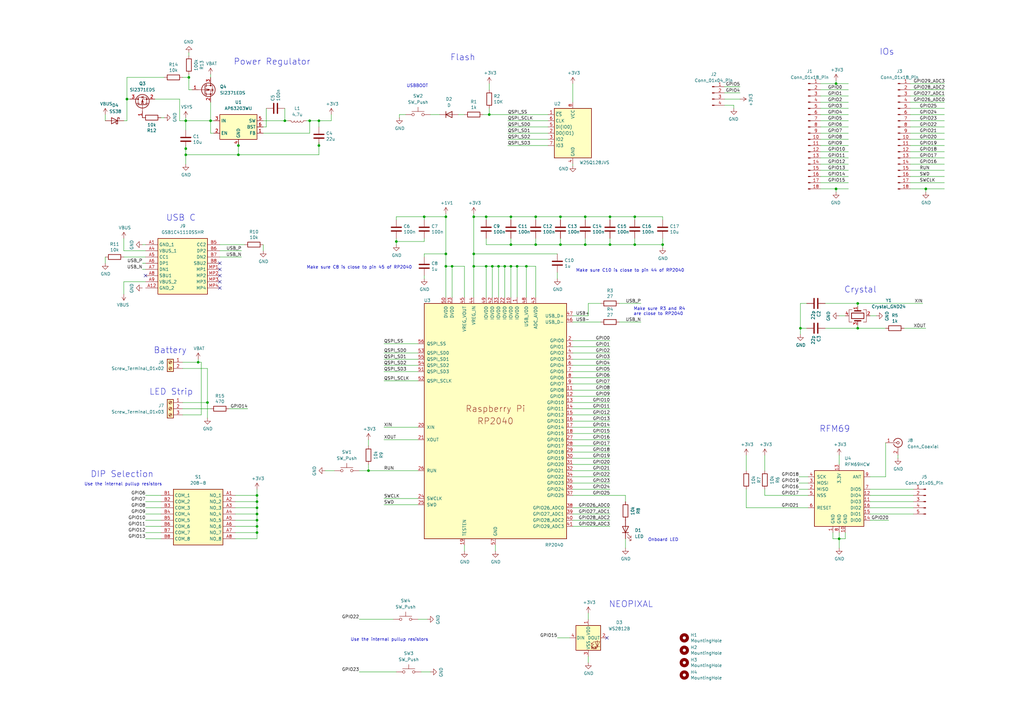
<source format=kicad_sch>
(kicad_sch (version 20231120) (generator "eeschema") (generator_version "8.0")
  (paper "A3")
  (title_block (title "RP2040 RFM69") (date "2024-11-05") (rev "REV1") (company "Bradford Henson") (comment 1 "Based on Pi Pico Minimal Design"))
  (junction (at 105.41 213.36))
  (junction (at 250.19 100.33))
  (junction (at 379.73 77.47))
  (junction (at 240.03 88.9))
  (junction (at 207.01 109.22))
  (junction (at 204.47 109.22))
  (junction (at 182.88 104.14))
  (junction (at 194.31 104.14))
  (junction (at 173.99 88.9))
  (junction (at 194.31 109.22))
  (junction (at 328.295 134.62))
  (junction (at 342.9 34.29))
  (junction (at 81.28 148.59))
  (junction (at 182.88 109.22))
  (junction (at 185.42 109.22))
  (junction (at 209.55 109.22))
  (junction (at 162.56 99.06))
  (junction (at 229.87 100.33))
  (junction (at 209.55 100.33))
  (junction (at 351.79 134.62))
  (junction (at 219.71 88.9))
  (junction (at 76.2 60.96))
  (junction (at 116.84 49.53))
  (junction (at 271.78 100.33))
  (junction (at 250.19 88.9))
  (junction (at 76.2 63.5))
  (junction (at 52.07 40.64))
  (junction (at 76.2 49.53))
  (junction (at 229.87 88.9))
  (junction (at 77.47 31.75))
  (junction (at 130.81 49.53))
  (junction (at 351.79 124.46))
  (junction (at 199.39 88.9))
  (junction (at 342.9 77.47))
  (junction (at 97.79 63.5))
  (junction (at 105.41 215.9))
  (junction (at 182.88 88.9))
  (junction (at 127 49.53))
  (junction (at 105.41 203.2))
  (junction (at 85.09 165.1))
  (junction (at 240.03 100.33))
  (junction (at 212.09 109.22))
  (junction (at 200.66 46.99))
  (junction (at 260.35 100.33))
  (junction (at 86.36 49.53))
  (junction (at 105.41 218.44))
  (junction (at 260.35 88.9))
  (junction (at 105.41 208.28))
  (junction (at 105.41 205.74))
  (junction (at 201.93 109.22))
  (junction (at 194.31 88.9))
  (junction (at 97.79 59.69))
  (junction (at 199.39 109.22))
  (junction (at 219.71 100.33))
  (junction (at 344.17 220.98))
  (junction (at 130.81 59.69))
  (junction (at 105.41 210.82))
  (junction (at 151.13 193.04))
  (junction (at 209.55 88.9))
  (junction (at 215.9 109.22))
  (no_connect (at 90.17 118.11))
  (no_connect (at 90.17 110.49))
  (no_connect (at 90.17 115.57))
  (no_connect (at 90.17 113.03))
  (no_connect (at 59.69 113.03))
  (no_connect (at 90.17 107.95))
  (no_connect (at 248.92 261.62))
  (wire (pts (xy 96.52 203.2) (xy 105.41 203.2)))
  (wire (pts (xy 240.03 88.9) (xy 250.19 88.9)))
  (wire (pts (xy 204.47 109.22) (xy 207.01 109.22)))
  (wire (pts (xy 373.38 39.37) (xy 387.35 39.37)))
  (wire (pts (xy 182.88 109.22) (xy 182.88 121.92)))
  (wire (pts (xy 234.95 165.1) (xy 250.19 165.1)))
  (wire (pts (xy 96.52 215.9) (xy 105.41 215.9)))
  (wire (pts (xy 162.56 99.06) (xy 173.99 99.06)))
  (wire (pts (xy 229.87 88.9) (xy 240.03 88.9)))
  (wire (pts (xy 74.93 167.64) (xy 86.36 167.64)))
  (wire (pts (xy 336.55 72.39) (xy 347.98 72.39)))
  (wire (pts (xy 356.87 205.74) (xy 374.65 205.74)))
  (wire (pts (xy 241.3 124.46) (xy 241.3 129.54)))
  (wire (pts (xy 344.17 218.44) (xy 344.17 220.98)))
  (wire (pts (xy 373.38 59.69) (xy 387.35 59.69)))
  (wire (pts (xy 260.35 88.9) (xy 271.78 88.9)))
  (wire (pts (xy 219.71 100.33) (xy 229.87 100.33)))
  (wire (pts (xy 373.38 57.15) (xy 387.35 57.15)))
  (wire (pts (xy 105.41 205.74) (xy 105.41 203.2)))
  (wire (pts (xy 336.55 36.83) (xy 347.98 36.83)))
  (wire (pts (xy 351.79 133.35) (xy 351.79 134.62)))
  (wire (pts (xy 336.55 62.23) (xy 347.98 62.23)))
  (wire (pts (xy 212.09 109.22) (xy 215.9 109.22)))
  (wire (pts (xy 96.52 218.44) (xy 105.41 218.44)))
  (wire (pts (xy 87.63 54.61) (xy 86.36 54.61)))
  (wire (pts (xy 271.78 97.79) (xy 271.78 100.33)))
  (wire (pts (xy 224.79 59.69) (xy 208.28 59.69)))
  (wire (pts (xy 219.71 90.17) (xy 219.71 88.9)))
  (wire (pts (xy 182.88 87.63) (xy 182.88 88.9)))
  (wire (pts (xy 234.95 177.8) (xy 250.19 177.8)))
  (wire (pts (xy 96.52 220.98) (xy 105.41 220.98)))
  (wire (pts (xy 336.55 57.15) (xy 347.98 57.15)))
  (wire (pts (xy 147.32 193.04) (xy 151.13 193.04)))
  (wire (pts (xy 356.87 203.2) (xy 374.65 203.2)))
  (wire (pts (xy 105.41 210.82) (xy 105.41 208.28)))
  (wire (pts (xy 297.18 40.64) (xy 303.53 40.64)))
  (wire (pts (xy 373.38 74.93) (xy 387.35 74.93)))
  (wire (pts (xy 86.36 30.48) (xy 86.36 31.75)))
  (wire (pts (xy 96.52 213.36) (xy 105.41 213.36)))
  (wire (pts (xy 209.55 100.33) (xy 199.39 100.33)))
  (wire (pts (xy 234.95 203.2) (xy 256.54 203.2)))
  (wire (pts (xy 356.87 129.54) (xy 359.41 129.54)))
  (wire (pts (xy 313.69 200.66) (xy 313.69 203.2)))
  (wire (pts (xy 105.41 218.44) (xy 105.41 215.9)))
  (wire (pts (xy 199.39 109.22) (xy 201.93 109.22)))
  (wire (pts (xy 241.3 269.24) (xy 241.3 271.78)))
  (wire (pts (xy 93.98 167.64) (xy 101.6 167.64)))
  (wire (pts (xy 234.95 198.12) (xy 250.19 198.12)))
  (wire (pts (xy 43.18 46.99) (xy 43.18 49.53)))
  (wire (pts (xy 59.69 220.98) (xy 66.04 220.98)))
  (wire (pts (xy 50.8 102.87) (xy 50.8 97.79)))
  (wire (pts (xy 234.95 132.08) (xy 246.38 132.08)))
  (wire (pts (xy 81.28 148.59) (xy 82.55 148.59)))
  (wire (pts (xy 50.8 105.41) (xy 59.69 105.41)))
  (wire (pts (xy 342.9 78.74) (xy 342.9 77.47)))
  (wire (pts (xy 356.87 208.28) (xy 374.65 208.28)))
  (wire (pts (xy 356.87 200.66) (xy 374.65 200.66)))
  (wire (pts (xy 234.95 139.7) (xy 250.19 139.7)))
  (wire (pts (xy 373.38 64.77) (xy 387.35 64.77)))
  (wire (pts (xy 63.5 40.64) (xy 73.66 40.64)))
  (wire (pts (xy 208.28 49.53) (xy 224.79 49.53)))
  (wire (pts (xy 313.69 186.69) (xy 313.69 193.04)))
  (wire (pts (xy 66.04 48.26) (xy 67.31 48.26)))
  (wire (pts (xy 76.2 49.53) (xy 86.36 49.53)))
  (wire (pts (xy 254 124.46) (xy 262.89 124.46)))
  (wire (pts (xy 215.9 109.22) (xy 219.71 109.22)))
  (wire (pts (xy 190.5 121.92) (xy 190.5 109.22)))
  (wire (pts (xy 73.66 40.64) (xy 73.66 49.53)))
  (wire (pts (xy 58.42 107.95) (xy 59.69 107.95)))
  (wire (pts (xy 52.07 31.75) (xy 52.07 40.64)))
  (wire (pts (xy 73.66 49.53) (xy 76.2 49.53)))
  (wire (pts (xy 373.38 72.39) (xy 387.35 72.39)))
  (wire (pts (xy 219.71 97.79) (xy 219.71 100.33)))
  (wire (pts (xy 59.69 115.57) (xy 50.8 115.57)))
  (wire (pts (xy 234.95 144.78) (xy 250.19 144.78)))
  (wire (pts (xy 82.55 170.18) (xy 74.93 170.18)))
  (wire (pts (xy 86.36 49.53) (xy 87.63 49.53)))
  (wire (pts (xy 76.2 60.96) (xy 76.2 63.5)))
  (wire (pts (xy 228.6 261.62) (xy 233.68 261.62)))
  (wire (pts (xy 105.41 215.9) (xy 105.41 213.36)))
  (wire (pts (xy 182.88 104.14) (xy 182.88 109.22)))
  (wire (pts (xy 76.2 49.53) (xy 76.2 53.34)))
  (wire (pts (xy 250.19 100.33) (xy 260.35 100.33)))
  (wire (pts (xy 163.83 46.99) (xy 163.83 48.26)))
  (wire (pts (xy 105.41 203.2) (xy 105.41 200.66)))
  (wire (pts (xy 162.56 88.9) (xy 173.99 88.9)))
  (wire (pts (xy 105.41 220.98) (xy 105.41 218.44)))
  (wire (pts (xy 327.66 195.58) (xy 331.47 195.58)))
  (wire (pts (xy 234.95 213.36) (xy 250.19 213.36)))
  (wire (pts (xy 200.66 44.45) (xy 200.66 46.99)))
  (wire (pts (xy 76.2 48.26) (xy 76.2 49.53)))
  (wire (pts (xy 116.84 49.53) (xy 116.84 44.45)))
  (wire (pts (xy 313.69 203.2) (xy 331.47 203.2)))
  (wire (pts (xy 162.56 97.79) (xy 162.56 99.06)))
  (wire (pts (xy 90.17 102.87) (xy 99.06 102.87)))
  (wire (pts (xy 130.81 49.53) (xy 135.89 49.53)))
  (wire (pts (xy 176.53 275.59) (xy 172.72 275.59)))
  (wire (pts (xy 59.69 218.44) (xy 66.04 218.44)))
  (wire (pts (xy 157.48 152.4) (xy 171.45 152.4)))
  (wire (pts (xy 135.89 49.53) (xy 135.89 46.99)))
  (wire (pts (xy 59.69 208.28) (xy 66.04 208.28)))
  (wire (pts (xy 373.38 36.83) (xy 387.35 36.83)))
  (wire (pts (xy 125.73 49.53) (xy 127 49.53)))
  (wire (pts (xy 219.71 109.22) (xy 219.71 121.92)))
  (wire (pts (xy 173.99 88.9) (xy 182.88 88.9)))
  (wire (pts (xy 373.38 44.45) (xy 387.35 44.45)))
  (wire (pts (xy 194.31 104.14) (xy 228.6 104.14)))
  (wire (pts (xy 336.55 64.77) (xy 347.98 64.77)))
  (wire (pts (xy 86.36 54.61) (xy 86.36 49.53)))
  (wire (pts (xy 234.95 67.945) (xy 234.95 67.31)))
  (wire (pts (xy 297.18 38.1) (xy 303.53 38.1)))
  (wire (pts (xy 204.47 121.92) (xy 204.47 109.22)))
  (wire (pts (xy 96.52 208.28) (xy 105.41 208.28)))
  (wire (pts (xy 85.09 165.1) (xy 85.09 171.45)))
  (wire (pts (xy 182.88 88.9) (xy 182.88 104.14)))
  (wire (pts (xy 59.69 205.74) (xy 66.04 205.74)))
  (wire (pts (xy 157.48 147.32) (xy 171.45 147.32)))
  (wire (pts (xy 90.17 105.41) (xy 99.06 105.41)))
  (wire (pts (xy 379.73 77.47) (xy 387.35 77.47)))
  (wire (pts (xy 207.01 109.22) (xy 209.55 109.22)))
  (wire (pts (xy 176.53 46.99) (xy 180.34 46.99)))
  (wire (pts (xy 199.39 88.9) (xy 209.55 88.9)))
  (wire (pts (xy 344.17 220.98) (xy 346.71 220.98)))
  (wire (pts (xy 240.03 90.17) (xy 240.03 88.9)))
  (wire (pts (xy 224.79 54.61) (xy 208.28 54.61)))
  (wire (pts (xy 373.38 54.61) (xy 387.35 54.61)))
  (wire (pts (xy 199.39 90.17) (xy 199.39 88.9)))
  (wire (pts (xy 77.47 21.59) (xy 77.47 22.86)))
  (wire (pts (xy 194.31 88.9) (xy 199.39 88.9)))
  (wire (pts (xy 212.09 109.22) (xy 212.09 121.92)))
  (wire (pts (xy 52.07 49.53) (xy 52.07 40.64)))
  (wire (pts (xy 297.18 43.18) (xy 300.99 43.18)))
  (wire (pts (xy 201.93 121.92) (xy 201.93 109.22)))
  (wire (pts (xy 86.36 41.91) (xy 86.36 49.53)))
  (wire (pts (xy 336.55 59.69) (xy 347.98 59.69)))
  (wire (pts (xy 328.295 134.62) (xy 328.295 137.16)))
  (wire (pts (xy 234.95 129.54) (xy 241.3 129.54)))
  (wire (pts (xy 336.55 54.61) (xy 347.98 54.61)))
  (wire (pts (xy 373.38 62.23) (xy 387.35 62.23)))
  (wire (pts (xy 194.31 88.9) (xy 194.31 104.14)))
  (wire (pts (xy 171.45 180.34) (xy 157.48 180.34)))
  (wire (pts (xy 356.87 213.36) (xy 364.49 213.36)))
  (wire (pts (xy 171.45 140.97) (xy 157.48 140.97)))
  (wire (pts (xy 260.35 97.79) (xy 260.35 100.33)))
  (wire (pts (xy 81.28 147.32) (xy 81.28 148.59)))
  (wire (pts (xy 370.84 134.62) (xy 379.73 134.62)))
  (wire (pts (xy 59.69 102.87) (xy 50.8 102.87)))
  (wire (pts (xy 341.63 220.98) (xy 344.17 220.98)))
  (wire (pts (xy 201.93 109.22) (xy 204.47 109.22)))
  (wire (pts (xy 234.95 175.26) (xy 250.19 175.26)))
  (wire (pts (xy 234.95 154.94) (xy 250.19 154.94)))
  (wire (pts (xy 173.99 99.06) (xy 173.99 97.79)))
  (wire (pts (xy 209.55 90.17) (xy 209.55 88.9)))
  (wire (pts (xy 234.95 208.28) (xy 250.19 208.28)))
  (wire (pts (xy 74.93 31.75) (xy 77.47 31.75)))
  (wire (pts (xy 97.79 59.69) (xy 97.79 63.5)))
  (wire (pts (xy 219.71 88.9) (xy 229.87 88.9)))
  (wire (pts (xy 194.31 104.14) (xy 194.31 109.22)))
  (wire (pts (xy 194.31 87.63) (xy 194.31 88.9)))
  (wire (pts (xy 373.38 77.47) (xy 379.73 77.47)))
  (wire (pts (xy 234.95 157.48) (xy 250.19 157.48)))
  (wire (pts (xy 173.99 105.41) (xy 173.99 104.14)))
  (wire (pts (xy 224.79 57.15) (xy 208.28 57.15)))
  (wire (pts (xy 306.07 186.69) (xy 306.07 193.04)))
  (wire (pts (xy 198.12 46.99) (xy 200.66 46.99)))
  (wire (pts (xy 351.79 124.46) (xy 378.46 124.46)))
  (wire (pts (xy 327.66 198.12) (xy 331.47 198.12)))
  (wire (pts (xy 234.95 215.9) (xy 250.19 215.9)))
  (wire (pts (xy 151.13 190.5) (xy 151.13 193.04)))
  (wire (pts (xy 336.55 49.53) (xy 347.98 49.53)))
  (wire (pts (xy 209.55 97.79) (xy 209.55 100.33)))
  (wire (pts (xy 105.41 208.28) (xy 105.41 205.74)))
  (wire (pts (xy 185.42 121.92) (xy 185.42 109.22)))
  (wire (pts (xy 166.37 46.99) (xy 163.83 46.99)))
  (wire (pts (xy 240.03 97.79) (xy 240.03 100.33)))
  (wire (pts (xy 107.95 52.07) (xy 109.22 52.07)))
  (wire (pts (xy 327.66 200.66) (xy 331.47 200.66)))
  (wire (pts (xy 107.95 100.33) (xy 107.95 102.87)))
  (wire (pts (xy 133.35 193.04) (xy 137.16 193.04)))
  (wire (pts (xy 76.2 63.5) (xy 97.79 63.5)))
  (wire (pts (xy 256.54 220.98) (xy 256.54 224.79)))
  (wire (pts (xy 77.47 30.48) (xy 77.47 31.75)))
  (wire (pts (xy 228.6 111.76) (xy 228.6 114.3)))
  (wire (pts (xy 300.99 43.18) (xy 300.99 44.45)))
  (wire (pts (xy 234.95 160.02) (xy 250.19 160.02)))
  (wire (pts (xy 43.18 105.41) (xy 43.18 107.95)))
  (wire (pts (xy 209.55 121.92) (xy 209.55 109.22)))
  (wire (pts (xy 77.47 36.83) (xy 78.74 36.83)))
  (wire (pts (xy 338.455 134.62) (xy 351.79 134.62)))
  (wire (pts (xy 229.87 100.33) (xy 240.03 100.33)))
  (wire (pts (xy 330.835 134.62) (xy 328.295 134.62)))
  (wire (pts (xy 52.07 40.64) (xy 53.34 40.64)))
  (wire (pts (xy 240.03 100.33) (xy 250.19 100.33)))
  (wire (pts (xy 187.96 46.99) (xy 190.5 46.99)))
  (wire (pts (xy 77.47 31.75) (xy 77.47 36.83)))
  (wire (pts (xy 107.95 54.61) (xy 127 54.61)))
  (wire (pts (xy 234.95 147.32) (xy 250.19 147.32)))
  (wire (pts (xy 356.87 195.58) (xy 363.22 195.58)))
  (wire (pts (xy 260.35 90.17) (xy 260.35 88.9)))
  (wire (pts (xy 171.45 207.01) (xy 157.48 207.01)))
  (wire (pts (xy 306.07 200.66) (xy 306.07 208.28)))
  (wire (pts (xy 346.71 218.44) (xy 346.71 220.98)))
  (wire (pts (xy 271.78 100.33) (xy 271.78 101.6)))
  (wire (pts (xy 271.78 88.9) (xy 271.78 90.17)))
  (wire (pts (xy 234.95 185.42) (xy 250.19 185.42)))
  (wire (pts (xy 151.13 193.04) (xy 171.45 193.04)))
  (wire (pts (xy 130.81 59.69) (xy 130.81 63.5)))
  (wire (pts (xy 96.52 210.82) (xy 105.41 210.82)))
  (wire (pts (xy 127 54.61) (xy 127 49.53)))
  (wire (pts (xy 171.45 156.21) (xy 157.48 156.21)))
  (wire (pts (xy 82.55 148.59) (xy 82.55 170.18)))
  (wire (pts (xy 203.2 223.52) (xy 203.2 226.06)))
  (wire (pts (xy 344.17 220.98) (xy 344.17 224.79)))
  (wire (pts (xy 342.9 34.29) (xy 342.9 33.02)))
  (wire (pts (xy 59.69 215.9) (xy 66.04 215.9)))
  (wire (pts (xy 241.3 251.46) (xy 241.3 254)))
  (wire (pts (xy 336.55 77.47) (xy 342.9 77.47)))
  (wire (pts (xy 173.99 104.14) (xy 182.88 104.14)))
  (wire (pts (xy 234.95 182.88) (xy 250.19 182.88)))
  (wire (pts (xy 224.79 52.07) (xy 208.28 52.07)))
  (wire (pts (xy 147.32 254) (xy 161.29 254)))
  (wire (pts (xy 342.9 77.47) (xy 347.98 77.47)))
  (wire (pts (xy 373.38 41.91) (xy 387.35 41.91)))
  (wire (pts (xy 175.26 254) (xy 171.45 254)))
  (wire (pts (xy 199.39 97.79) (xy 199.39 100.33)))
  (wire (pts (xy 105.41 213.36) (xy 105.41 210.82)))
  (wire (pts (xy 190.5 223.52) (xy 190.5 226.06)))
  (wire (pts (xy 351.79 134.62) (xy 363.22 134.62)))
  (wire (pts (xy 234.95 187.96) (xy 250.19 187.96)))
  (wire (pts (xy 373.38 52.07) (xy 387.35 52.07)))
  (wire (pts (xy 330.835 124.46) (xy 328.295 124.46)))
  (wire (pts (xy 234.95 167.64) (xy 250.19 167.64)))
  (wire (pts (xy 368.3 186.69) (xy 368.3 187.96)))
  (wire (pts (xy 234.95 193.04) (xy 250.19 193.04)))
  (wire (pts (xy 59.69 213.36) (xy 66.04 213.36)))
  (wire (pts (xy 109.22 52.07) (xy 109.22 44.45)))
  (wire (pts (xy 373.38 67.31) (xy 387.35 67.31)))
  (wire (pts (xy 336.55 74.93) (xy 347.98 74.93)))
  (wire (pts (xy 107.95 49.53) (xy 116.84 49.53)))
  (wire (pts (xy 59.69 203.2) (xy 66.04 203.2)))
  (wire (pts (xy 185.42 109.22) (xy 182.88 109.22)))
  (wire (pts (xy 342.9 34.29) (xy 347.98 34.29)))
  (wire (pts (xy 341.63 218.44) (xy 341.63 220.98)))
  (wire (pts (xy 254 132.08) (xy 262.89 132.08)))
  (wire (pts (xy 234.95 172.72) (xy 250.19 172.72)))
  (wire (pts (xy 328.295 124.46) (xy 328.295 134.62)))
  (wire (pts (xy 260.35 100.33) (xy 271.78 100.33)))
  (wire (pts (xy 85.09 151.13) (xy 85.09 165.1)))
  (wire (pts (xy 130.81 58.42) (xy 130.81 59.69)))
  (wire (pts (xy 157.48 144.78) (xy 171.45 144.78)))
  (wire (pts (xy 336.55 41.91) (xy 347.98 41.91)))
  (wire (pts (xy 373.38 49.53) (xy 387.35 49.53)))
  (wire (pts (xy 363.22 195.58) (xy 363.22 181.61)))
  (wire (pts (xy 351.79 124.46) (xy 351.79 125.73)))
  (wire (pts (xy 356.87 210.82) (xy 374.65 210.82)))
  (wire (pts (xy 379.73 78.74) (xy 379.73 77.47)))
  (wire (pts (xy 234.95 162.56) (xy 250.19 162.56)))
  (wire (pts (xy 209.55 88.9) (xy 219.71 88.9)))
  (wire (pts (xy 234.95 180.34) (xy 250.19 180.34)))
  (wire (pts (xy 194.31 109.22) (xy 199.39 109.22)))
  (wire (pts (xy 162.56 90.17) (xy 162.56 88.9)))
  (wire (pts (xy 241.3 124.46) (xy 246.38 124.46)))
  (wire (pts (xy 162.56 99.06) (xy 162.56 100.33)))
  (wire (pts (xy 250.19 97.79) (xy 250.19 100.33)))
  (wire (pts (xy 157.48 175.26) (xy 171.45 175.26)))
  (wire (pts (xy 74.93 165.1) (xy 85.09 165.1)))
  (wire (pts (xy 234.95 170.18) (xy 250.19 170.18)))
  (wire (pts (xy 50.8 49.53) (xy 52.07 49.53)))
  (wire (pts (xy 58.42 110.49) (xy 59.69 110.49)))
  (wire (pts (xy 336.55 44.45) (xy 347.98 44.45)))
  (wire (pts (xy 157.48 149.86) (xy 171.45 149.86)))
  (wire (pts (xy 130.81 49.53) (xy 130.81 52.07)))
  (wire (pts (xy 59.69 210.82) (xy 66.04 210.82)))
  (wire (pts (xy 234.95 152.4) (xy 250.19 152.4)))
  (wire (pts (xy 76.2 63.5) (xy 76.2 67.31)))
  (wire (pts (xy 336.55 39.37) (xy 347.98 39.37)))
  (wire (pts (xy 234.95 195.58) (xy 250.19 195.58)))
  (wire (pts (xy 306.07 208.28) (xy 331.47 208.28)))
  (wire (pts (xy 234.95 142.24) (xy 250.19 142.24)))
  (wire (pts (xy 373.38 34.29) (xy 387.35 34.29)))
  (wire (pts (xy 209.55 109.22) (xy 212.09 109.22)))
  (wire (pts (xy 200.66 46.99) (xy 224.79 46.99)))
  (wire (pts (xy 336.55 46.99) (xy 347.98 46.99)))
  (wire (pts (xy 199.39 121.92) (xy 199.39 109.22)))
  (wire (pts (xy 151.13 180.34) (xy 151.13 182.88)))
  (wire (pts (xy 336.55 34.29) (xy 342.9 34.29)))
  (wire (pts (xy 336.55 69.85) (xy 347.98 69.85)))
  (wire (pts (xy 250.19 88.9) (xy 260.35 88.9)))
  (wire (pts (xy 52.07 31.75) (xy 67.31 31.75)))
  (wire (pts (xy 74.93 151.13) (xy 85.09 151.13)))
  (wire (pts (xy 97.79 58.42) (xy 97.79 59.69)))
  (wire (pts (xy 373.38 46.99) (xy 387.35 46.99)))
  (wire (pts (xy 58.42 100.33) (xy 59.69 100.33)))
  (wire (pts (xy 50.8 115.57) (xy 50.8 120.65)))
  (wire (pts (xy 200.66 34.29) (xy 200.66 36.83)))
  (wire (pts (xy 209.55 100.33) (xy 219.71 100.33)))
  (wire (pts (xy 147.32 275.59) (xy 162.56 275.59)))
  (wire (pts (xy 336.55 67.31) (xy 347.98 67.31)))
  (wire (pts (xy 207.01 121.92) (xy 207.01 109.22)))
  (wire (pts (xy 173.99 90.17) (xy 173.99 88.9)))
  (wire (pts (xy 74.93 148.59) (xy 81.28 148.59)))
  (wire (pts (xy 96.52 205.74) (xy 105.41 205.74)))
  (wire (pts (xy 190.5 109.22) (xy 185.42 109.22)))
  (wire (pts (xy 116.84 49.53) (xy 118.11 49.53)))
  (wire (pts (xy 250.19 90.17) (xy 250.19 88.9)))
  (wire (pts (xy 229.87 97.79) (xy 229.87 100.33)))
  (wire (pts (xy 234.95 190.5) (xy 250.19 190.5)))
  (wire (pts (xy 76.2 59.69) (xy 76.2 60.96)))
  (wire (pts (xy 234.95 200.66) (xy 250.19 200.66)))
  (wire (pts (xy 256.54 203.2) (xy 256.54 205.74)))
  (wire (pts (xy 215.9 121.92) (xy 215.9 109.22)))
  (wire (pts (xy 127 49.53) (xy 130.81 49.53)))
  (wire (pts (xy 344.17 129.54) (xy 346.71 129.54)))
  (wire (pts (xy 229.87 90.17) (xy 229.87 88.9)))
  (wire (pts (xy 130.81 63.5) (xy 97.79 63.5)))
  (wire (pts (xy 344.17 186.69) (xy 344.17 190.5)))
  (wire (pts (xy 171.45 204.47) (xy 157.48 204.47)))
  (wire (pts (xy 194.31 121.92) (xy 194.31 109.22)))
  (wire (pts (xy 173.99 113.03) (xy 173.99 114.3)))
  (wire (pts (xy 90.17 100.33) (xy 100.33 100.33)))
  (wire (pts (xy 336.55 52.07) (xy 347.98 52.07)))
  (wire (pts (xy 373.38 69.85) (xy 387.35 69.85)))
  (wire (pts (xy 234.95 210.82) (xy 250.19 210.82)))
  (wire (pts (xy 234.95 149.86) (xy 250.19 149.86)))
  (wire (pts (xy 297.18 35.56) (xy 303.53 35.56)))
  (wire (pts (xy 234.95 34.29) (xy 234.95 41.91)))
  (wire (pts (xy 338.455 124.46) (xy 351.79 124.46)))
  (text "DIP Selection" (at 37.084 196.088 0) (effects (font (size 2.54 2.54)) (justify left bottom)))
  (text "Use the internal pullup resistors" (at 143.764 263.144 0) (effects (font (size 1.27 1.27)) (justify left bottom)))
  (text "NEOPIXAL" (at 249.682 249.428 0) (effects (font (size 2.54 2.54)) (justify left bottom)))
  (text "RFM69" (at 336.042 177.546 0) (effects (font (size 2.54 2.54)) (justify left bottom)))
  (text "IOs" (at 360.68 22.86 0) (effects (font (size 2.54 2.54)) (justify left bottom)))
  (text "Crystal" (at 346.202 120.396 0) (effects (font (size 2.54 2.54)) (justify left bottom)))
  (text "USB C" (at 68.072 90.932 0) (effects (font (size 2.54 2.54)) (justify left bottom)))
  (text "Make sure C8 is close to pin 45 of RP2040" (at 125.73 110.49 0) (effects (font (size 1.27 1.27)) (justify left bottom)))
  (text "Battery" (at 62.992 145.288 0) (effects (font (size 2.54 2.54)) (justify left bottom)))
  (text "LED Strip" (at 61.214 162.306 0) (effects (font (size 2.54 2.54)) (justify left bottom)))
  (text "USBBOOT" (at 171.196 35.306 0) (effects (font (size 1.27 1.27))))
  (text "Power Regulator" (at 95.758 26.924 0) (effects (font (size 2.54 2.54)) (justify left bottom)))
  (text "Make sure C10 is close to pin 44 of RP2040" (at 236.22 111.76 0) (effects (font (size 1.27 1.27)) (justify left bottom)))
  (text "Onboard LED" (at 272.034 221.488 0) (effects (font (size 1.27 1.27))))
  (text "Make sure R3 and R4 \nare close to RP2040" (at 259.842 129.54 0) (effects (font (size 1.27 1.27)) (justify left bottom)))
  (text "Use the internal pullup resistors" (at 34.544 199.39 0) (effects (font (size 1.27 1.27)) (justify left bottom)))
  (text "Flash" (at 184.658 25.146 0) (effects (font (size 2.54 2.54)) (justify left bottom)))
  (label "XOUT" (at 379.73 134.62 180))
  (label "GPIO21" (at 327.66 208.28 180))
  (label "GPIO24" (at 377.19 46.99 0))
  (label "GPIO3" (at 345.44 44.45 180))
  (label "QSPI_SS" (at 208.28 46.99 0))
  (label "QSPI_SD3" (at 208.28 59.69 0))
  (label "USB_N" (at 58.42 110.49 180))
  (label "GPIO11" (at 59.69 215.9 180))
  (label "GPIO7" (at 345.44 54.61 180))
  (label "QSPI_SD2" (at 157.48 149.86 0))
  (label "GPIO4" (at 250.19 149.86 180))
  (label "GPIO18" (at 327.66 195.58 180))
  (label "GPIO21" (at 377.19 54.61 0))
  (label "RUN" (at 157.48 193.04 0))
  (label "XOUT" (at 157.48 180.34 0))
  (label "GPIO10" (at 346.71 62.23 180))
  (label "GPIO29_ADC3" (at 250.19 215.9 180))
  (label "QSPI_SD1" (at 157.48 147.32 0))
  (label "GPIO22" (at 147.32 254 180))
  (label "GPIO13" (at 250.19 172.72 180))
  (label "GPIO5" (at 303.53 35.56 180))
  (label "GPIO6" (at 250.19 154.94 180))
  (label "GPIO29_ADC3" (at 374.65 34.29 0))
  (label "GPIO28_ADC2" (at 374.65 36.83 0))
  (label "SWD" (at 157.48 207.01 0))
  (label "GPIO20" (at 250.19 190.5 180))
  (label "QSPI_SD1" (at 208.28 54.61 0))
  (label "QSPI_SD3" (at 157.48 152.4 0))
  (label "GPIO6" (at 345.44 52.07 180))
  (label "SWD" (at 377.19 72.39 0))
  (label "GPIO17" (at 327.66 203.2 180))
  (label "RUN" (at 377.19 69.85 0))
  (label "GPIO18" (at 250.19 185.42 180))
  (label "GPIO25" (at 250.19 203.2 180))
  (label "GPIO2" (at 345.44 41.91 180))
  (label "GPIO1" (at 345.44 39.37 180))
  (label "GPIO19" (at 327.66 198.12 180))
  (label "GPIO7" (at 59.69 205.74 180))
  (label "GPIO0" (at 250.19 139.7 180))
  (label "USB_P" (at 58.42 107.95 180))
  (label "GPIO6" (at 59.69 203.2 180))
  (label "GPIO8" (at 345.44 57.15 180))
  (label "GPIO11" (at 346.71 64.77 180))
  (label "GPIO21" (at 250.19 193.04 180))
  (label "GPIO11" (at 250.19 167.64 180))
  (label "GPIO17" (at 377.19 64.77 0))
  (label "GPIO27_ADC1" (at 250.19 210.82 180))
  (label "GPIO8" (at 59.69 208.28 180))
  (label "GPIO1" (at 250.19 142.24 180))
  (label "GPIO9" (at 59.69 210.82 180))
  (label "XIN" (at 378.46 124.46 180))
  (label "GPIO16" (at 327.66 200.66 180))
  (label "GPIO4" (at 345.44 46.99 180))
  (label "GPIO14" (at 250.19 175.26 180))
  (label "GPIO3" (at 250.19 147.32 180))
  (label "USB_N" (at 262.89 132.08 180))
  (label "GPIO10" (at 250.19 165.1 180))
  (label "GPIO23" (at 147.32 275.59 180))
  (label "GPIO23" (at 250.19 198.12 180))
  (label "SWCLK" (at 157.48 204.47 0))
  (label "GPIO9" (at 345.44 59.69 180))
  (label "GPIO10" (at 59.69 213.36 180))
  (label "QSPI_SCLK" (at 157.48 156.21 0))
  (label "USB+" (at 236.22 129.54 0))
  (label "GPIO27_ADC1" (at 374.65 39.37 0))
  (label "GPIO25" (at 377.19 44.45 0))
  (label "GPIO12" (at 346.71 67.31 180))
  (label "USB-" (at 236.22 132.08 0))
  (label "QSPI_SD0" (at 157.48 144.78 0))
  (label "GPIO5" (at 345.44 49.53 180))
  (label "GPIO17" (at 250.19 182.88 180))
  (label "GPIO18" (at 377.19 62.23 0))
  (label "GPIO2" (at 250.19 144.78 180))
  (label "GPIO9" (at 250.19 162.56 180))
  (label "GPIO15" (at 250.19 177.8 180))
  (label "GPIO12" (at 250.19 170.18 180))
  (label "GPIO24" (at 250.19 200.66 180))
  (label "GPIO5" (at 250.19 152.4 180))
  (label "GPIO22" (at 250.19 195.58 180))
  (label "SWCLK" (at 377.19 74.93 0))
  (label "GPIO19" (at 250.19 187.96 180))
  (label "QSPI_SS" (at 157.48 140.97 0))
  (label "QSPI_SD2" (at 208.28 57.15 0))
  (label "QSPI_SD0" (at 208.28 52.07 0))
  (label "USB_N" (at 99.06 105.41 180))
  (label "GPIO15" (at 228.6 261.62 180))
  (label "GPIO20" (at 364.49 213.36 180))
  (label "QSPI_SCLK" (at 208.28 49.53 0))
  (label "USB_P" (at 262.89 124.46 180))
  (label "GPIO20" (at 377.19 57.15 0))
  (label "GPIO26_ADC0" (at 250.19 208.28 180))
  (label "GPIO28_ADC2" (at 250.19 213.36 180))
  (label "GPIO14" (at 101.6 167.64 180))
  (label "GPIO16" (at 250.19 180.34 180))
  (label "GPIO8" (at 250.19 160.02 180))
  (label "GPIO13" (at 59.69 220.98 180))
  (label "XIN" (at 157.48 175.26 0))
  (label "GPIO23" (at 377.19 49.53 0))
  (label "GPIO12" (at 59.69 218.44 180))
  (label "GPIO22" (at 377.19 52.07 0))
  (label "GPIO15" (at 346.71 74.93 180))
  (label "GPIO16" (at 377.19 67.31 0))
  (label "GPIO26_ADC0" (at 374.65 41.91 0))
  (label "GPIO13" (at 346.71 69.85 180))
  (label "USB_P" (at 99.06 102.87 180))
  (label "GPIO19" (at 377.19 59.69 0))
  (label "GPIO7" (at 250.19 157.48 180))
  (label "GPIO0" (at 345.44 36.83 180))
  (label "GPIO14" (at 346.71 72.39 180))
  (label "GPIO4" (at 303.53 38.1 180))
  (symbol (lib_id "MCU_RaspberryPi_RP2040:RP2040") (at 203.2 172.72 0) (unit 1)
    (property "Reference" "U3" (at 175.26 123.19 0))
    (property "Value" "RP2040" (at 227.33 223.52 0))
    (property "Footprint" "RP2040_minimal:RP2040-QFN-56" (effects (hide yes)))
  )
  (symbol (lib_id "Memory_Flash:W25Q128JVS") (at 234.95 54.61 0) (unit 1)
    (property "Reference" "U2" (at 228.6 42.545 0))
    (property "Value" "W25Q128JVS" (at 243.84 66.675 0))
    (property "Footprint" "Package_SO:SOIC-8_5.23x5.23mm_P1.27mm" (effects (hide yes)))
    (property "Datasheet" "http://www.winbond.com/resource-files/w25q128jv_dtr%20revc%2003272018%20plus.pdf" (effects (hide yes)))
  )
  (symbol (lib_id "power:+3V3") (at 234.95 34.29 0) (unit 1)
    (property "Reference" "#PWR07" (effects (hide yes)))
    (property "Value" "+3V3" (at 235.331 29.8958 0))
  )
  (symbol (lib_id "power:GND") (at 234.95 67.945 0) (unit 1)
    (property "Reference" "#PWR08" (effects (hide yes)))
    (property "Value" "GND" (at 231.14 69.215 0))
  )
  (symbol (lib_id "Device:R") (at 200.66 40.64 0) (unit 1)
    (property "Reference" "R2" (at 202.438 39.4716 0) (effects (justify left)))
    (property "Value" "10K" (at 202.438 41.783 0) (effects (justify left)))
    (property "Footprint" "Resistor_SMD:R_0603_1608Metric" (effects (hide yes)))
  )
  (symbol (lib_id "Device:R") (at 194.31 46.99 270) (unit 1)
    (property "Reference" "R1" (at 194.31 41.7322 90))
    (property "Value" "1k" (at 194.31 44.0436 90))
    (property "Footprint" "Resistor_SMD:R_0603_1608Metric" (effects (hide yes)))
  )
  (symbol (lib_id "power:GND") (at 203.2 226.06 0) (unit 1)
    (property "Reference" "#PWR016" (effects (hide yes)))
    (property "Value" "GND" (at 203.327 230.4542 0))
  )
  (symbol (lib_id "power:GND") (at 190.5 226.06 0) (unit 1)
    (property "Reference" "#PWR015" (effects (hide yes)))
    (property "Value" "GND" (at 190.627 230.4542 0))
  )
  (symbol (lib_id "Device:R") (at 250.19 124.46 270) (unit 1)
    (property "Reference" "R3" (at 250.19 119.2022 90))
    (property "Value" "27" (at 250.19 121.5136 90))
    (property "Footprint" "Resistor_SMD:R_0603_1608Metric" (effects (hide yes)))
  )
  (symbol (lib_id "Device:R") (at 250.19 132.08 270) (unit 1)
    (property "Reference" "R4" (at 250.19 126.8222 90))
    (property "Value" "27" (at 250.19 129.1336 90))
    (property "Footprint" "Resistor_SMD:R_0603_1608Metric" (effects (hide yes)))
  )
  (symbol (lib_id "power:GND") (at 342.9 78.74 0) (mirror y) (unit 1)
    (property "Reference" "#PWR020" (effects (hide yes)))
    (property "Value" "GND" (at 342.773 83.1342 0))
  )
  (symbol (lib_id "power:GND") (at 379.73 78.74 0) (unit 1)
    (property "Reference" "#PWR0101" (effects (hide yes)))
    (property "Value" "GND" (at 379.857 83.1342 0))
  )
  (symbol (lib_id "power:+3V3") (at 194.31 87.63 0) (unit 1)
    (property "Reference" "#PWR017" (effects (hide yes)))
    (property "Value" "+3V3" (at 194.691 83.2358 0))
  )
  (symbol (lib_id "power:+1V1") (at 182.88 87.63 0) (unit 1)
    (property "Reference" "#PWR014" (effects (hide yes)))
    (property "Value" "+1V1" (at 183.261 83.2358 0))
  )
  (symbol (lib_id "Device:C") (at 199.39 93.98 0) (unit 1)
    (property "Reference" "C9" (at 202.311 92.8116 0) (effects (justify left)))
    (property "Value" "100n" (at 202.311 95.123 0) (effects (justify left)))
    (property "Footprint" "Capacitor_SMD:C_0603_1608Metric" (effects (hide yes)))
  )
  (symbol (lib_id "Device:C") (at 209.55 93.98 0) (unit 1)
    (property "Reference" "C11" (at 212.471 92.8116 0) (effects (justify left)))
    (property "Value" "100n" (at 212.471 95.123 0) (effects (justify left)))
    (property "Footprint" "Capacitor_SMD:C_0603_1608Metric" (effects (hide yes)))
  )
  (symbol (lib_id "Device:C") (at 219.71 93.98 0) (unit 1)
    (property "Reference" "C12" (at 222.631 92.8116 0) (effects (justify left)))
    (property "Value" "100n" (at 222.631 95.123 0) (effects (justify left)))
    (property "Footprint" "Capacitor_SMD:C_0603_1608Metric" (effects (hide yes)))
  )
  (symbol (lib_id "Device:C") (at 229.87 93.98 0) (unit 1)
    (property "Reference" "C13" (at 232.791 92.8116 0) (effects (justify left)))
    (property "Value" "100n" (at 232.791 95.123 0) (effects (justify left)))
    (property "Footprint" "Capacitor_SMD:C_0603_1608Metric" (effects (hide yes)))
  )
  (symbol (lib_id "Device:C") (at 240.03 93.98 0) (unit 1)
    (property "Reference" "C14" (at 242.951 92.8116 0) (effects (justify left)))
    (property "Value" "100n" (at 242.951 95.123 0) (effects (justify left)))
    (property "Footprint" "Capacitor_SMD:C_0603_1608Metric" (effects (hide yes)))
  )
  (symbol (lib_id "Device:C") (at 250.19 93.98 0) (unit 1)
    (property "Reference" "C15" (at 253.111 92.8116 0) (effects (justify left)))
    (property "Value" "100n" (at 253.111 95.123 0) (effects (justify left)))
    (property "Footprint" "Capacitor_SMD:C_0603_1608Metric" (effects (hide yes)))
  )
  (symbol (lib_id "Device:C") (at 260.35 93.98 0) (unit 1)
    (property "Reference" "C16" (at 263.271 92.8116 0) (effects (justify left)))
    (property "Value" "100n" (at 263.271 95.123 0) (effects (justify left)))
    (property "Footprint" "Capacitor_SMD:C_0603_1608Metric" (effects (hide yes)))
  )
  (symbol (lib_id "Device:C") (at 162.56 93.98 0) (unit 1)
    (property "Reference" "C6" (at 165.481 92.8116 0) (effects (justify left)))
    (property "Value" "100n" (at 165.481 95.123 0) (effects (justify left)))
    (property "Footprint" "Capacitor_SMD:C_0603_1608Metric" (effects (hide yes)))
  )
  (symbol (lib_id "Device:C") (at 173.99 93.98 0) (unit 1)
    (property "Reference" "C7" (at 176.911 92.8116 0) (effects (justify left)))
    (property "Value" "100n" (at 176.911 95.123 0) (effects (justify left)))
    (property "Footprint" "Capacitor_SMD:C_0603_1608Metric" (effects (hide yes)))
  )
  (symbol (lib_id "Device:C") (at 173.99 109.22 0) (unit 1)
    (property "Reference" "C8" (at 176.911 108.0516 0) (effects (justify left)))
    (property "Value" "1u" (at 176.911 110.363 0) (effects (justify left)))
    (property "Footprint" "Capacitor_SMD:C_0603_1608Metric" (effects (hide yes)))
  )
  (symbol (lib_id "Device:C") (at 228.6 107.95 0) (unit 1)
    (property "Reference" "C10" (at 231.521 106.7816 0) (effects (justify left)))
    (property "Value" "1u" (at 231.521 109.093 0) (effects (justify left)))
    (property "Footprint" "Capacitor_SMD:C_0603_1608Metric" (effects (hide yes)))
  )
  (symbol (lib_id "Mechanical:MountingHole") (at 280.67 261.62 0) (unit 1)
    (property "Reference" "H1" (at 283.21 260.4516 0) (effects (justify left)))
    (property "Value" "MountingHole" (at 283.21 262.763 0) (effects (justify left)))
    (property "Footprint" "MountingHole:MountingHole_2.7mm_M2.5" (effects (hide yes)))
  )
  (symbol (lib_id "Mechanical:MountingHole") (at 280.67 266.7 0) (unit 1)
    (property "Reference" "H2" (at 283.21 265.5316 0) (effects (justify left)))
    (property "Value" "MountingHole" (at 283.21 267.843 0) (effects (justify left)))
    (property "Footprint" "MountingHole:MountingHole_2.7mm_M2.5" (effects (hide yes)))
  )
  (symbol (lib_id "Mechanical:MountingHole") (at 280.67 271.78 0) (unit 1)
    (property "Reference" "H3" (at 283.21 270.6116 0) (effects (justify left)))
    (property "Value" "MountingHole" (at 283.21 272.923 0) (effects (justify left)))
    (property "Footprint" "MountingHole:MountingHole_2.7mm_M2.5" (effects (hide yes)))
  )
  (symbol (lib_id "Mechanical:MountingHole") (at 280.67 276.86 0) (unit 1)
    (property "Reference" "H4" (at 283.21 275.6916 0) (effects (justify left)))
    (property "Value" "MountingHole" (at 283.21 278.003 0) (effects (justify left)))
    (property "Footprint" "MountingHole:MountingHole_2.7mm_M2.5" (effects (hide yes)))
  )
  (symbol (lib_id "power:GND") (at 271.78 101.6 0) (unit 1)
    (property "Reference" "#PWR023" (effects (hide yes)))
    (property "Value" "GND" (at 271.907 105.9942 0))
  )
  (symbol (lib_id "power:GND") (at 162.56 100.33 0) (unit 1)
    (property "Reference" "#PWR012" (effects (hide yes)))
    (property "Value" "GND" (at 162.687 104.7242 0))
  )
  (symbol (lib_id "power:GND") (at 173.99 114.3 0) (unit 1)
    (property "Reference" "#PWR013" (effects (hide yes)))
    (property "Value" "GND" (at 174.117 118.6942 0))
  )
  (symbol (lib_id "power:GND") (at 228.6 114.3 0) (unit 1)
    (property "Reference" "#PWR018" (effects (hide yes)))
    (property "Value" "GND" (at 228.727 118.6942 0))
  )
  (symbol (lib_id "power:VBUS") (at 43.18 46.99 0) (unit 1)
    (property "Reference" "#PWR03" (effects (hide yes)))
    (property "Value" "VBUS" (at 43.561 42.5958 0))
  )
  (symbol (lib_id "Device:C") (at 271.78 93.98 0) (unit 1)
    (property "Reference" "C17" (at 274.701 92.8116 0) (effects (justify left)))
    (property "Value" "10u" (at 274.701 95.123 0) (effects (justify left)))
    (property "Footprint" "Capacitor_SMD:C_0603_1608Metric" (effects (hide yes)))
  )
  (symbol (lib_id "power:+3V3") (at 342.9 33.02 0) (unit 1)
    (property "Reference" "#PWR019" (effects (hide yes)))
    (property "Value" "+3V3" (at 343.281 28.6258 0))
  )
  (symbol (lib_id "Device:R") (at 77.47 26.67 180) (unit 1)
    (property "Reference" "R13" (at 82.7278 26.67 90))
    (property "Value" "100k" (at 80.4164 26.67 90))
    (property "Footprint" "Resistor_SMD:R_0603_1608Metric" (effects (hide yes)))
  )
  (symbol (lib_id "Connector:Conn_01x04_Pin") (at 292.1 38.1 0) (unit 1)
    (property "Reference" "J2" (at 292.735 30.48 0))
    (property "Value" "Conn_01x04_Pin" (at 292.735 33.02 0))
    (property "Footprint" "Connector_PinHeader_2.54mm:PinHeader_1x04_P2.54mm_Vertical" (effects (hide yes)))
    (property "Description" "Generic connector, single row, 01x04, script generated" (effects (hide yes)))
  )
  (symbol (lib_id "Connector:Screw_Terminal_01x02") (at 69.85 148.59 0) (mirror y) (unit 1)
    (property "Reference" "J6" (at 67.31 148.5899 0) (effects (justify left)))
    (property "Value" "Screw_Terminal_01x02" (at 67.31 151.1299 0) (effects (justify left)))
    (property "Footprint" "TerminalBlock:TerminalBlock_bornier-2_P5.08mm" (effects (hide yes)))
    (property "Description" "Generic screw terminal, single row, 01x02, script generated (kicad-library-utils/schlib/autogen/connector/)" (effects (hide yes)))
  )
  (symbol (lib_id "Switch:SW_Push") (at 166.37 254 0) (mirror y) (unit 1)
    (property "Reference" "SW4" (at 166.37 246.38 0))
    (property "Value" "SW_Push" (at 166.37 248.92 0))
    (property "Footprint" "2_Pin_Button:FSMH" (effects (hide yes)))
    (property "Description" "Push button switch, generic, two pins" (effects (hide yes)))
  )
  (symbol (lib_id "power:GND") (at 344.17 129.54 270) (unit 1)
    (property "Reference" "#PWR02" (effects (hide yes)))
    (property "Value" "GND" (at 339.7758 129.667 0))
  )
  (symbol (lib_id "Device:R") (at 151.13 186.69 180) (unit 1)
    (property "Reference" "R9" (at 156.3878 186.69 90))
    (property "Value" "10k" (at 154.0764 186.69 90))
    (property "Footprint" "Resistor_SMD:R_0603_1608Metric" (effects (hide yes)))
  )
  (symbol (lib_id "power:GND") (at 344.17 224.79 0) (unit 1)
    (property "Reference" "#PWR09" (effects (hide yes)))
    (property "Value" "GND" (at 344.297 229.1842 0))
  )
  (symbol (lib_id "Device:L") (at 121.92 49.53 270) (unit 1)
    (property "Reference" "L1" (at 121.92 44.45 90))
    (property "Value" "4.7u" (at 121.92 46.99 90))
    (property "Footprint" "Inductor_Mouser:VLS5045EX330M" (effects (hide yes)))
    (property "Description" "Inductor" (effects (hide yes)))
  )
  (symbol (lib_id "Device:R") (at 256.54 209.55 180) (unit 1)
    (property "Reference" "R8" (at 261.7978 209.55 90))
    (property "Value" "10k" (at 259.4864 209.55 90))
    (property "Footprint" "Resistor_SMD:R_0603_1608Metric" (effects (hide yes)))
  )
  (symbol (lib_id "Connector:Conn_01x18_Pin") (at 368.3 54.61 0) (unit 1)
    (property "Reference" "J3" (at 368.935 29.21 0))
    (property "Value" "Conn_01x18_Pin" (at 368.935 31.75 0))
    (property "Footprint" "Connector_PinHeader_2.54mm:PinHeader_1x18_P2.54mm_Vertical" (effects (hide yes)))
    (property "Description" "Generic connector, single row, 01x18, script generated" (effects (hide yes)))
  )
  (symbol (lib_id "power:+3V3") (at 200.66 34.29 0) (unit 1)
    (property "Reference" "#PWR011" (effects (hide yes)))
    (property "Value" "+3V3" (at 201.041 29.8958 0))
  )
  (symbol (lib_id "power:GND") (at 85.09 171.45 0) (unit 1)
    (property "Reference" "#PWR038" (effects (hide yes)))
    (property "Value" "GND" (at 85.217 175.8442 0))
  )
  (symbol (lib_id "Regulator_Switching:AP63203WU") (at 97.79 52.07 0) (unit 1)
    (property "Reference" "U1" (at 97.79 41.91 0))
    (property "Value" "AP63203WU" (at 97.79 44.45 0))
    (property "Footprint" "Package_TO_SOT_SMD:TSOT-23-6" (effects (hide yes)))
    (property "Datasheet" "https://www.diodes.com/assets/Datasheets/AP63200-AP63201-AP63203-AP63205.pdf" (effects (hide yes)))
    (property "Description" "2A, 1.1MHz Buck DC/DC Converter, fixed 3.3V output voltage, TSOT-23-6" (effects (hide yes)))
  )
  (symbol (lib_id "GSB1C41110SSHR:GSB1C41110SSHR") (at 59.69 100.33 0) (unit 1)
    (property "Reference" "J9" (at 74.93 92.71 0))
    (property "Value" "GSB1C41110SSHR" (at 74.93 95.25 0))
    (property "Footprint" "USB_C:GSB1C41110SSHR" (effects (hide yes)))
    (property "Datasheet" "https://cdn.amphenol-cs.com/media/wysiwyg/files/drawing/gsb1c41x10sshr-ax1.pdf" (effects (hide yes)))
    (property "Description" "USB2.0, Type C, Top mount, Center Height 1.63mm, Single Row Surface Mount" (effects (hide yes)))
    (property "Height" "3.41" (effects (hide yes)))
    (property "Manufacturer_Name" "Amphenol Communications Solutions" (effects (hide yes)))
    (property "Manufacturer_Part_Number" "GSB1C41110SSHR" (effects (hide yes)))
  )
  (symbol (lib_id "power:+3V3") (at 313.69 186.69 0) (unit 1)
    (property "Reference" "#PWR021" (effects (hide yes)))
    (property "Value" "+3V3" (at 314.071 182.2958 0))
  )
  (symbol (lib_id "power:VBUS") (at 81.28 147.32 0) (unit 1)
    (property "Reference" "#PWR037" (effects (hide yes)))
    (property "Value" "VBAT" (at 81.661 142.9258 0))
  )
  (symbol (lib_id "Switch:SW_Push") (at 142.24 193.04 0) (unit 1)
    (property "Reference" "SW1" (at 142.24 185.42 0))
    (property "Value" "SW_Push" (at 142.24 187.96 0))
    (property "Footprint" "2_Pin_Button:FSMH" (effects (hide yes)))
    (property "Description" "Push button switch, generic, two pins" (effects (hide yes)))
  )
  (symbol (lib_id "Device:LED") (at 256.54 217.17 90) (unit 1)
    (property "Reference" "D1" (at 260.35 217.4874 90) (effects (justify right)))
    (property "Value" "LED" (at 260.35 220.0274 90) (effects (justify right)))
    (property "Footprint" "LED_SMD:LED_0603_1608Metric" (effects (hide yes)))
    (property "Description" "Light emitting diode" (effects (hide yes)))
  )
  (symbol (lib_id "power:GND") (at 43.18 107.95 0) (unit 1)
    (property "Reference" "#PWR028" (effects (hide yes)))
    (property "Value" "GND" (at 43.307 112.3442 0))
  )
  (symbol (lib_id "power:GND") (at 359.41 129.54 90) (mirror x) (unit 1)
    (property "Reference" "#PWR05" (effects (hide yes)))
    (property "Value" "GND" (at 363.8042 129.667 0))
  )
  (symbol (lib_id "Device:C") (at 334.645 124.46 270) (unit 1)
    (property "Reference" "C2" (at 335.8134 127.381 0) (effects (justify left)))
    (property "Value" "22p" (at 333.502 127.381 0) (effects (justify left)))
    (property "Footprint" "Capacitor_SMD:C_0603_1608Metric" (effects (hide yes)))
  )
  (symbol (lib_id "power:VBUS") (at 50.8 97.79 0) (unit 1)
    (property "Reference" "#PWR04" (effects (hide yes)))
    (property "Value" "VBUS" (at 51.181 93.3958 0))
  )
  (symbol (lib_id "RF_Module:RFM69HCW") (at 344.17 203.2 0) (unit 1)
    (property "Reference" "U4" (at 346.3641 187.96 0) (effects (justify left)))
    (property "Value" "RFM69HCW" (at 346.3641 190.5 0) (effects (justify left)))
    (property "Footprint" "RFM69:MOD_COM-13909" (effects (hide yes)))
    (property "Datasheet" "https://www.hoperf.com/data/upload/portal/20181127/5bfcb8284d838.pdf" (effects (hide yes)))
    (property "Description" "Low power ISM Radio Transceiver Module, SPI interface, AES encryption, 434 or 915 MHz, up to 100mW, up to 300 kb/s, SMD-16, DIP-16" (effects (hide yes)))
  )
  (symbol (lib_id "power:VBUS") (at 76.2 48.26 0) (unit 1)
    (property "Reference" "#PWR033" (effects (hide yes)))
    (property "Value" "VSYS" (at 76.581 43.8658 0))
  )
  (symbol (lib_id "Connector:Conn_Coaxial") (at 368.3 181.61 0) (unit 1)
    (property "Reference" "J8" (at 372.11 180.6331 0) (effects (justify left)))
    (property "Value" "Conn_Coaxial" (at 372.11 183.1731 0) (effects (justify left)))
    (property "Footprint" "Connector_Coaxial:U.FL_Molex_MCRF_73412-0110_Vertical" (effects (hide yes)))
    (property "Description" "coaxial connector (BNC, SMA, SMB, SMC, Cinch/RCA, LEMO, ...)" (effects (hide yes)))
  )
  (symbol (lib_id "208-8:208-8") (at 66.04 203.2 0) (unit 1)
    (property "Reference" "S1" (at 81.28 195.58 0))
    (property "Value" "208-8" (at 81.28 198.12 0))
    (property "Footprint" "Dip_Switch:2088" (effects (hide yes)))
    (property "Datasheet" "https://www.ctscorp.com/wp-content/uploads/208.pdf" (effects (hide yes)))
    (property "Description" "CTS - 208-8 - DIP / SIP Switch, 8 Circuits, Slide, Through Hole, SPST, 50 V, 100 mA//" (effects (hide yes)))
    (property "Height" "8.62" (effects (hide yes)))
    (property "Mouser Part Number" "774-2088" (effects (hide yes)))
    (property "Mouser Price/Stock" "https://www.mouser.co.uk/ProductDetail/CTS-Electronic-Components/208-8?qs=qNzHFtQhdJ9%2Fo8PTdonIjg%3D%3D" (effects (hide yes)))
    (property "Manufacturer_Name" "CTS" (effects (hide yes)))
    (property "Manufacturer_Part_Number" "208-8" (effects (hide yes)))
  )
  (symbol (lib_id "power:GND") (at 175.26 254 90) (mirror x) (unit 1)
    (property "Reference" "#PWR048" (effects (hide yes)))
    (property "Value" "GND" (at 179.6542 254.127 0))
  )
  (symbol (lib_id "Connector:Conn_01x05_Pin") (at 379.73 205.74 0) (mirror y) (unit 1)
    (property "Reference" "J5" (at 379.095 195.58 0))
    (property "Value" "Conn_01x05_Pin" (at 379.095 198.12 0))
    (property "Footprint" "Connector_PinHeader_2.54mm:PinHeader_1x05_P2.54mm_Vertical" (effects (hide yes)))
    (property "Description" "Generic connector, single row, 01x05, script generated" (effects (hide yes)))
  )
  (symbol (lib_id "Device:R") (at 104.14 100.33 270) (unit 1)
    (property "Reference" "R10" (at 104.14 95.0722 90))
    (property "Value" "10k" (at 104.14 97.3836 90))
    (property "Footprint" "Resistor_SMD:R_0603_1608Metric" (effects (hide yes)))
  )
  (symbol (lib_id "power:+3V3") (at 344.17 186.69 0) (unit 1)
    (property "Reference" "#PWR010" (effects (hide yes)))
    (property "Value" "+3V3" (at 344.551 182.2958 0))
  )
  (symbol (lib_id "power:GND") (at 67.31 48.26 90) (unit 1)
    (property "Reference" "#PWR034" (effects (hide yes)))
    (property "Value" "GND" (at 71.7042 48.133 0))
  )
  (symbol (lib_id "power:GND") (at 107.95 102.87 0) (unit 1)
    (property "Reference" "#PWR044" (effects (hide yes)))
    (property "Value" "GND" (at 108.077 107.2642 0))
  )
  (symbol (lib_id "power:+3V3") (at 306.07 186.69 0) (unit 1)
    (property "Reference" "#PWR022" (effects (hide yes)))
    (property "Value" "+3V3" (at 306.451 182.2958 0))
  )
  (symbol (lib_id "power:VBUS") (at 86.36 30.48 0) (unit 1)
    (property "Reference" "#PWR035" (effects (hide yes)))
    (property "Value" "VBAT" (at 86.741 26.0858 0))
  )
  (symbol (lib_id "power:+3V3") (at 241.3 251.46 0) (unit 1)
    (property "Reference" "#PWR026" (effects (hide yes)))
    (property "Value" "+3V3" (at 241.681 247.0658 0))
  )
  (symbol (lib_id "power:GND") (at 300.99 44.45 0) (mirror y) (unit 1)
    (property "Reference" "#PWR039" (effects (hide yes)))
    (property "Value" "GND" (at 300.863 48.8442 0))
  )
  (symbol (lib_id "power:VBUS") (at 50.8 120.65 180) (unit 1)
    (property "Reference" "#PWR045" (effects (hide yes)))
    (property "Value" "VBUS" (at 50.419 125.0442 0))
  )
  (symbol (lib_id "Diode:SS38") (at 46.99 49.53 0) (mirror y) (unit 1)
    (property "Reference" "D4" (at 47.3075 43.18 0))
    (property "Value" "SS38" (at 47.3075 45.72 0))
    (property "Footprint" "Diode_SMD:D_SMA" (effects (hide yes)))
    (property "Datasheet" "https://www.microdiode.com/uploadfiles//PDF/SS32-THRU-SS3200-SMA.pdf" (effects (hide yes)))
    (property "Description" "80V 3A Schottky Diode, SMA" (effects (hide yes)))
  )
  (symbol (lib_id "power:GND") (at 58.42 118.11 270) (unit 1)
    (property "Reference" "#PWR043" (effects (hide yes)))
    (property "Value" "GND" (at 54.0258 118.237 0))
  )
  (symbol (lib_id "power:+3V3") (at 135.89 46.99 0) (unit 1)
    (property "Reference" "#PWR032" (effects (hide yes)))
    (property "Value" "+3V3" (at 136.271 42.5958 0))
  )
  (symbol (lib_id "power:GND") (at 176.53 275.59 90) (mirror x) (unit 1)
    (property "Reference" "#PWR029" (effects (hide yes)))
    (property "Value" "GND" (at 180.9242 275.717 0))
  )
  (symbol (lib_id "power:+3V3") (at 303.53 40.64 270) (unit 1)
    (property "Reference" "#PWR046" (effects (hide yes)))
    (property "Value" "+3V3" (at 307.9242 41.021 0))
  )
  (symbol (lib_id "Device:R") (at 367.03 134.62 270) (unit 1)
    (property "Reference" "R5" (at 367.03 129.3622 90))
    (property "Value" "1k" (at 367.03 131.6736 90))
    (property "Footprint" "Resistor_SMD:R_0603_1608Metric" (effects (hide yes)))
  )
  (symbol (lib_id "Device:C") (at 76.2 57.15 0) (unit 1)
    (property "Reference" "C1" (at 79.121 55.9816 0) (effects (justify left)))
    (property "Value" "10u" (at 79.121 58.293 0) (effects (justify left)))
    (property "Footprint" "Capacitor_SMD:C_0603_1608Metric" (effects (hide yes)))
  )
  (symbol (lib_id "LED:WS2812B") (at 241.3 261.62 0) (unit 1)
    (property "Reference" "D3" (at 254 255.3014 0))
    (property "Value" "WS2812B" (at 254 257.8414 0))
    (property "Footprint" "LED_SMD:LED_WS2812B_PLCC4_5.0x5.0mm_P3.2mm" (effects (hide yes)))
    (property "Datasheet" "https://cdn-shop.adafruit.com/datasheets/WS2812B.pdf" (effects (hide yes)))
    (property "Description" "RGB LED with integrated controller" (effects (hide yes)))
  )
  (symbol (lib_id "Switch:SW_Push") (at 171.45 46.99 0) (unit 1)
    (property "Reference" "SW2" (at 171.45 39.37 0))
    (property "Value" "SW_Push" (at 171.45 41.91 0))
    (property "Footprint" "2_Pin_Button:FSMH" (effects (hide yes)))
    (property "Description" "Push button switch, generic, two pins" (effects (hide yes)))
  )
  (symbol (lib_id "power:GND") (at 77.47 21.59 180) (unit 1)
    (property "Reference" "#PWR036" (effects (hide yes)))
    (property "Value" "GND" (at 77.343 17.1958 0))
  )
  (symbol (lib_id "Device:D") (at 184.15 46.99 0) (unit 1)
    (property "Reference" "D2" (at 184.15 40.64 0))
    (property "Value" "D" (at 184.15 43.18 0))
    (property "Footprint" "Diode_SMD:D_0603_1608Metric" (effects (hide yes)))
    (property "Description" "Diode" (effects (hide yes)))
    (property "Sim.Device" "D" (effects (hide yes)))
    (property "Sim.Pins" "1=K 2=A" (effects (hide yes)))
  )
  (symbol (lib_id "power:+3V3") (at 105.41 200.66 0) (unit 1)
    (property "Reference" "#PWR040" (effects (hide yes)))
    (property "Value" "+3V3" (at 105.791 196.2658 0))
  )
  (symbol (lib_id "Switch:SW_Push") (at 167.64 275.59 0) (mirror y) (unit 1)
    (property "Reference" "SW3" (at 167.64 267.97 0))
    (property "Value" "SW_Push" (at 167.64 270.51 0))
    (property "Footprint" "2_Pin_Button:FSMH" (effects (hide yes)))
    (property "Description" "Push button switch, generic, two pins" (effects (hide yes)))
  )
  (symbol (lib_id "Device:R") (at 313.69 196.85 180) (unit 1)
    (property "Reference" "R6" (at 318.9478 196.85 90))
    (property "Value" "10k" (at 316.6364 196.85 90))
    (property "Footprint" "Resistor_SMD:R_0603_1608Metric" (effects (hide yes)))
  )
  (symbol (lib_id "power:GND") (at 256.54 224.79 0) (unit 1)
    (property "Reference" "#PWR027" (effects (hide yes)))
    (property "Value" "GND" (at 256.667 229.1842 0))
  )
  (symbol (lib_id "Device:C") (at 130.81 55.88 0) (unit 1)
    (property "Reference" "C4" (at 133.731 54.7116 0) (effects (justify left)))
    (property "Value" "22u" (at 133.731 57.023 0) (effects (justify left)))
    (property "Footprint" "Capacitor_SMD:C_0603_1608Metric" (effects (hide yes)))
  )
  (symbol (lib_id "Connector:Screw_Terminal_01x03") (at 69.85 167.64 0) (mirror y) (unit 1)
    (property "Reference" "J7" (at 67.31 166.3699 0) (effects (justify left)))
    (property "Value" "Screw_Terminal_01x03" (at 67.31 168.9099 0) (effects (justify left)))
    (property "Footprint" "TerminalBlock:TerminalBlock_bornier-3_P5.08mm" (effects (hide yes)))
    (property "Description" "Generic screw terminal, single row, 01x03, script generated (kicad-library-utils/schlib/autogen/connector/)" (effects (hide yes)))
  )
  (symbol (lib_id "power:+3V3") (at 151.13 180.34 0) (unit 1)
    (property "Reference" "#PWR024" (effects (hide yes)))
    (property "Value" "+3V3" (at 151.511 175.9458 0))
  )
  (symbol (lib_id "power:GND") (at 241.3 271.78 0) (unit 1)
    (property "Reference" "#PWR030" (effects (hide yes)))
    (property "Value" "GND" (at 241.427 276.1742 0))
  )
  (symbol (lib_id "Device:Crystal_GND24") (at 351.79 129.54 270) (unit 1)
    (property "Reference" "Y1" (at 364.49 123.2214 90))
    (property "Value" "Crystal_GND24" (at 364.49 125.7614 90))
    (property "Footprint" "12_Crystal:ABM810000MHZ12D2W" (effects (hide yes)))
    (property "Description" "Four pin crystal, GND on pins 2 and 4" (effects (hide yes)))
  )
  (symbol (lib_id "power:GND") (at 76.2 67.31 0) (unit 1)
    (property "Reference" "#PWR031" (effects (hide yes)))
    (property "Value" "GND" (at 76.327 71.7042 0))
  )
  (symbol (lib_id "power:GND") (at 368.3 187.96 0) (unit 1)
    (property "Reference" "#PWR041" (effects (hide yes)))
    (property "Value" "GND" (at 368.427 192.3542 0))
  )
  (symbol (lib_id "Device:R") (at 71.12 31.75 90) (mirror x) (unit 1)
    (property "Reference" "R14" (at 71.12 26.4922 90))
    (property "Value" "10k" (at 71.12 28.8036 90))
    (property "Footprint" "Resistor_SMD:R_0603_1608Metric" (effects (hide yes)))
  )
  (symbol (lib_id "power:GND") (at 328.295 137.16 0) (unit 1)
    (property "Reference" "#PWR06" (effects (hide yes)))
    (property "Value" "GND" (at 328.422 141.5542 0))
  )
  (symbol (lib_id "Device:C") (at 113.03 44.45 90) (unit 1)
    (property "Reference" "C5" (at 111.8616 41.529 0) (effects (justify left)))
    (property "Value" "100n" (at 114.173 41.529 0) (effects (justify left)))
    (property "Footprint" "Capacitor_SMD:C_0603_1608Metric" (effects (hide yes)))
  )
  (symbol (lib_id "Device:C") (at 334.645 134.62 270) (unit 1)
    (property "Reference" "C3" (at 335.8134 137.541 0) (effects (justify left)))
    (property "Value" "22p" (at 333.502 137.541 0) (effects (justify left)))
    (property "Footprint" "Capacitor_SMD:C_0603_1608Metric" (effects (hide yes)))
  )
  (symbol (lib_id "Device:R") (at 62.23 48.26 90) (unit 1)
    (property "Reference" "R12" (at 62.23 53.5178 90))
    (property "Value" "10k" (at 62.23 51.2064 90))
    (property "Footprint" "Resistor_SMD:R_0603_1608Metric" (effects (hide yes)))
  )
  (symbol (lib_id "Device:R") (at 306.07 196.85 180) (unit 1)
    (property "Reference" "R7" (at 311.3278 196.85 90))
    (property "Value" "10k" (at 309.0164 196.85 90))
    (property "Footprint" "Resistor_SMD:R_0603_1608Metric" (effects (hide yes)))
  )
  (symbol (lib_id "Device:R") (at 46.99 105.41 270) (unit 1)
    (property "Reference" "R11" (at 46.99 100.1522 90))
    (property "Value" "10k" (at 46.99 102.4636 90))
    (property "Footprint" "Resistor_SMD:R_0603_1608Metric" (effects (hide yes)))
  )
  (symbol (lib_id "power:GND") (at 133.35 193.04 270) (unit 1)
    (property "Reference" "#PWR025" (effects (hide yes)))
    (property "Value" "GND" (at 128.9558 193.167 0))
  )
  (symbol (lib_id "Connector:Conn_01x18_Pin") (at 331.47 54.61 0) (unit 1)
    (property "Reference" "J1" (at 332.105 29.21 0))
    (property "Value" "Conn_01x18_Pin" (at 332.105 31.75 0))
    (property "Footprint" "Connector_PinHeader_2.54mm:PinHeader_1x18_P2.54mm_Vertical" (effects (hide yes)))
    (property "Description" "Generic connector, single row, 01x18, script generated" (effects (hide yes)))
  )
  (symbol (lib_id "power:GND") (at 163.83 48.26 0) (unit 1)
    (property "Reference" "#PWR01" (effects (hide yes)))
    (property "Value" "GND" (at 163.957 52.6542 0))
  )
  (symbol (lib_id "Transistor_FET:Si2371EDS") (at 83.82 36.83 0) (unit 1)
    (property "Reference" "Q4" (at 90.17 35.5599 0) (effects (justify left)))
    (property "Value" "Si2371EDS" (at 90.17 38.0999 0) (effects (justify left)))
    (property "Footprint" "Package_TO_SOT_SMD:SOT-23" (effects (hide yes)))
    (property "Datasheet" "http://www.vishay.com/docs/63924/si2371eds.pdf" (effects (hide yes)))
    (property "Description" "-3.6A Id, -30V Vds, P-Channel MOSFET, SOT-23" (effects (hide yes)))
  )
  (symbol (lib_id "power:GND") (at 58.42 100.33 270) (unit 1)
    (property "Reference" "#PWR042" (effects (hide yes)))
    (property "Value" "GND" (at 54.0258 100.457 0))
  )
  (symbol (lib_id "Transistor_FET:Si2371EDS") (at 58.42 43.18 90) (unit 1)
    (property "Reference" "Q3" (at 58.42 34.29 90))
    (property "Value" "Si2371EDS" (at 58.42 36.83 90))
    (property "Footprint" "Package_TO_SOT_SMD:SOT-23" (effects (hide yes)))
    (property "Datasheet" "http://www.vishay.com/docs/63924/si2371eds.pdf" (effects (hide yes)))
    (property "Description" "-3.6A Id, -30V Vds, P-Channel MOSFET, SOT-23" (effects (hide yes)))
  )
  (symbol (lib_id "Device:R") (at 90.17 167.64 270) (unit 1)
    (property "Reference" "R15" (at 90.17 162.3822 90))
    (property "Value" "470" (at 90.17 164.6936 90))
    (property "Footprint" "Resistor_SMD:R_0603_1608Metric" (effects (hide yes)))
  )
)
</source>
